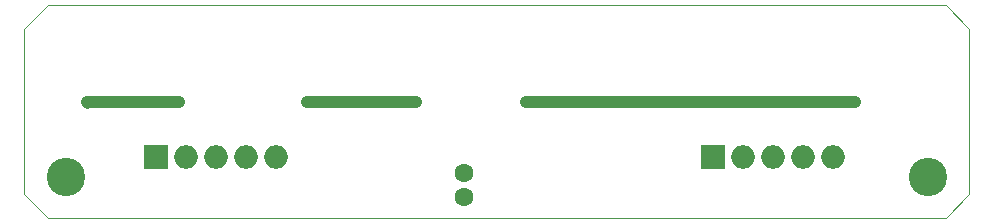
<source format=gbr>
%TF.GenerationSoftware,KiCad,Pcbnew,(7.0.0)*%
%TF.CreationDate,2023-10-30T21:48:47-03:00*%
%TF.ProjectId,QRE1113_Line_Sensors_x8,51524531-3131-4335-9f4c-696e655f5365,rev?*%
%TF.SameCoordinates,Original*%
%TF.FileFunction,Copper,L1,Top*%
%TF.FilePolarity,Positive*%
%FSLAX46Y46*%
G04 Gerber Fmt 4.6, Leading zero omitted, Abs format (unit mm)*
G04 Created by KiCad (PCBNEW (7.0.0)) date 2023-10-30 21:48:47*
%MOMM*%
%LPD*%
G01*
G04 APERTURE LIST*
%TA.AperFunction,ComponentPad*%
%ADD10C,3.250000*%
%TD*%
%TA.AperFunction,ComponentPad*%
%ADD11R,2.000000X2.000000*%
%TD*%
%TA.AperFunction,ComponentPad*%
%ADD12O,2.000000X2.000000*%
%TD*%
%TA.AperFunction,ComponentPad*%
%ADD13C,1.600000*%
%TD*%
%TA.AperFunction,ViaPad*%
%ADD14C,1.000000*%
%TD*%
%TA.AperFunction,Conductor*%
%ADD15C,1.000000*%
%TD*%
%TA.AperFunction,Conductor*%
%ADD16C,0.750000*%
%TD*%
%TA.AperFunction,Profile*%
%ADD17C,0.100000*%
%TD*%
G04 APERTURE END LIST*
D10*
%TO.P,H1,1*%
%TO.N,N/C*%
X123500000Y-70500000D03*
%TD*%
%TO.P,H2,1*%
%TO.N,N/C*%
X196500000Y-70500000D03*
%TD*%
D11*
%TO.P,J2,1,Pin_1*%
%TO.N,/OUT_8*%
X131137499Y-68789999D03*
D12*
%TO.P,J2,2,Pin_2*%
%TO.N,/OUT_7*%
X133677499Y-68789999D03*
%TO.P,J2,3,Pin_3*%
%TO.N,GND*%
X136217499Y-68789999D03*
%TO.P,J2,4,Pin_4*%
%TO.N,/OUT_5*%
X138757499Y-68789999D03*
%TO.P,J2,5,Pin_5*%
%TO.N,/OUT_6*%
X141297499Y-68789999D03*
%TD*%
D11*
%TO.P,J1,1,Pin_1*%
%TO.N,/OUT_4*%
X178302499Y-68789999D03*
D12*
%TO.P,J1,2,Pin_2*%
%TO.N,/OUT_3*%
X180842499Y-68789999D03*
%TO.P,J1,3,Pin_3*%
%TO.N,+3V3*%
X183382499Y-68789999D03*
%TO.P,J1,4,Pin_4*%
%TO.N,/OUT_2*%
X185922499Y-68789999D03*
%TO.P,J1,5,Pin_5*%
%TO.N,/OUT_1*%
X188462499Y-68789999D03*
%TD*%
D13*
%TO.P,C2,1*%
%TO.N,+3V3*%
X157200000Y-72200000D03*
%TO.P,C2,2*%
%TO.N,GND*%
X157200000Y-70200000D03*
%TD*%
D14*
%TO.N,GND*%
X125318453Y-64190000D03*
X143902304Y-64190000D03*
X181070000Y-64190000D03*
X171778076Y-64190000D03*
X190361924Y-64190000D03*
X133110000Y-64190000D03*
X162486152Y-64190000D03*
X153194228Y-64190000D03*
%TD*%
D15*
%TO.N,GND*%
X162486152Y-64190000D02*
X171778076Y-64190000D01*
X190361924Y-64190000D02*
X181070000Y-64190000D01*
X143902304Y-64190000D02*
X153194228Y-64190000D01*
X181070000Y-64190000D02*
X171778076Y-64190000D01*
D16*
X125355000Y-64375000D02*
X125320000Y-64340000D01*
D15*
X125318453Y-64190000D02*
X133110000Y-64190000D01*
%TD*%
D17*
X200000000Y-58000000D02*
X200000000Y-72000000D01*
X120000000Y-58000000D02*
X122000000Y-56000000D01*
X198000000Y-74000000D02*
X122000000Y-74000000D01*
X120000000Y-72000000D02*
X120000000Y-58000000D01*
X122000000Y-74000000D02*
X120000000Y-72000000D01*
X122000000Y-56000000D02*
X198000000Y-56000000D01*
X200000000Y-72000000D02*
X198000000Y-74000000D01*
X198000000Y-56000000D02*
X200000000Y-58000000D01*
M02*

</source>
